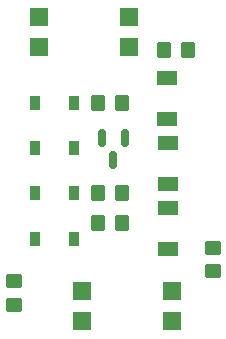
<source format=gbr>
%TF.GenerationSoftware,KiCad,Pcbnew,(6.0.4)*%
%TF.CreationDate,2022-03-20T22:01:37+01:00*%
%TF.ProjectId,opentherm,6f70656e-7468-4657-926d-2e6b69636164,rev?*%
%TF.SameCoordinates,Original*%
%TF.FileFunction,Paste,Top*%
%TF.FilePolarity,Positive*%
%FSLAX46Y46*%
G04 Gerber Fmt 4.6, Leading zero omitted, Abs format (unit mm)*
G04 Created by KiCad (PCBNEW (6.0.4)) date 2022-03-20 22:01:37*
%MOMM*%
%LPD*%
G01*
G04 APERTURE LIST*
G04 Aperture macros list*
%AMRoundRect*
0 Rectangle with rounded corners*
0 $1 Rounding radius*
0 $2 $3 $4 $5 $6 $7 $8 $9 X,Y pos of 4 corners*
0 Add a 4 corners polygon primitive as box body*
4,1,4,$2,$3,$4,$5,$6,$7,$8,$9,$2,$3,0*
0 Add four circle primitives for the rounded corners*
1,1,$1+$1,$2,$3*
1,1,$1+$1,$4,$5*
1,1,$1+$1,$6,$7*
1,1,$1+$1,$8,$9*
0 Add four rect primitives between the rounded corners*
20,1,$1+$1,$2,$3,$4,$5,0*
20,1,$1+$1,$4,$5,$6,$7,0*
20,1,$1+$1,$6,$7,$8,$9,0*
20,1,$1+$1,$8,$9,$2,$3,0*%
G04 Aperture macros list end*
%ADD10R,1.600000X1.600000*%
%ADD11RoundRect,0.250000X-0.450000X0.350000X-0.450000X-0.350000X0.450000X-0.350000X0.450000X0.350000X0*%
%ADD12RoundRect,0.250000X-0.350000X-0.450000X0.350000X-0.450000X0.350000X0.450000X-0.350000X0.450000X0*%
%ADD13RoundRect,0.250000X0.450000X-0.350000X0.450000X0.350000X-0.450000X0.350000X-0.450000X-0.350000X0*%
%ADD14RoundRect,0.250000X0.350000X0.450000X-0.350000X0.450000X-0.350000X-0.450000X0.350000X-0.450000X0*%
%ADD15RoundRect,0.150000X-0.150000X0.587500X-0.150000X-0.587500X0.150000X-0.587500X0.150000X0.587500X0*%
%ADD16R,0.900000X1.200000*%
%ADD17R,1.700000X1.300000*%
G04 APERTURE END LIST*
D10*
%TO.C,U2*%
X104315124Y-74343505D03*
X104315124Y-76883505D03*
X111935124Y-76883505D03*
X111935124Y-74343505D03*
%TD*%
D11*
%TO.C,R6*%
X98533673Y-73460654D03*
X98533673Y-75460654D03*
%TD*%
D12*
%TO.C,R5*%
X111252123Y-53908548D03*
X113252123Y-53908548D03*
%TD*%
D13*
%TO.C,R4*%
X115410498Y-72626621D03*
X115410498Y-70626621D03*
%TD*%
D12*
%TO.C,R3*%
X105680000Y-68580000D03*
X107680000Y-68580000D03*
%TD*%
D14*
%TO.C,R2*%
X107680000Y-66040000D03*
X105680000Y-66040000D03*
%TD*%
D12*
%TO.C,R1*%
X105680000Y-58420000D03*
X107680000Y-58420000D03*
%TD*%
D10*
%TO.C,U1*%
X108304893Y-53650030D03*
X108304893Y-51110030D03*
X100684893Y-51110030D03*
X100684893Y-53650030D03*
%TD*%
D15*
%TO.C,Q1*%
X107927248Y-61325447D03*
X106027248Y-61325447D03*
X106977248Y-63200447D03*
%TD*%
D16*
%TO.C,D3*%
X103618324Y-62195613D03*
X100318324Y-62195613D03*
%TD*%
D17*
%TO.C,D5*%
X111614678Y-67285936D03*
X111614678Y-70785936D03*
%TD*%
D16*
%TO.C,D4*%
X103608828Y-69864819D03*
X100308828Y-69864819D03*
%TD*%
D17*
%TO.C,D6*%
X111572062Y-61750000D03*
X111572062Y-65250000D03*
%TD*%
%TO.C,D7*%
X111526076Y-56247334D03*
X111526076Y-59747334D03*
%TD*%
D16*
%TO.C,D1*%
X103608828Y-58420000D03*
X100308828Y-58420000D03*
%TD*%
%TO.C,D2*%
X103608828Y-66040000D03*
X100308828Y-66040000D03*
%TD*%
M02*

</source>
